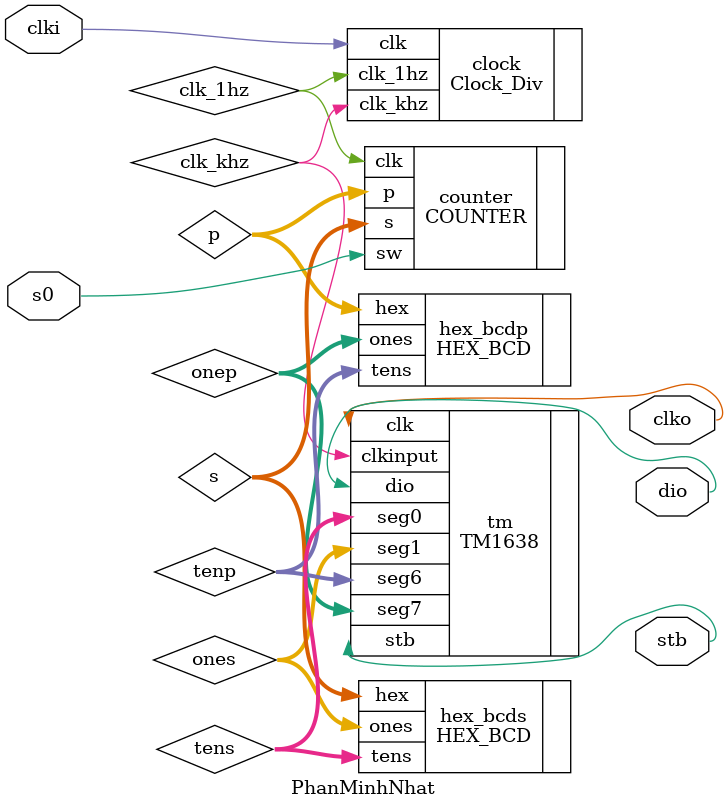
<source format=v>
`timescale 1ns / 1ps
module PhanMinhNhat(
input wire s0,
input wire clki,
output wire clko,
output wire stb,
output wire dio
    );
wire clk_khz,clk_1hz;
wire [5:0]s,p;
wire [3:0] ones,tens,onep,tenp ;
Clock_Div clock (.clk(clki),.clk_1hz(clk_1hz),.clk_khz(clk_khz));
COUNTER counter (.clk(clk_1hz),.sw(s0),.s(s),.p(p));
HEX_BCD hex_bcds (.hex(s),.ones(ones),.tens(tens));
HEX_BCD hex_bcdp (.hex(p),.ones(onep),.tens(tenp));
wire [4:0] seg [7:0];
TM1638 tm (.seg0(tens),.seg1(ones),.seg6(tenp),.seg7(onep),
.clkinput(clk_khz),
 .clk(clko),
 .stb(stb),
 .dio(dio)
 );


endmodule

</source>
